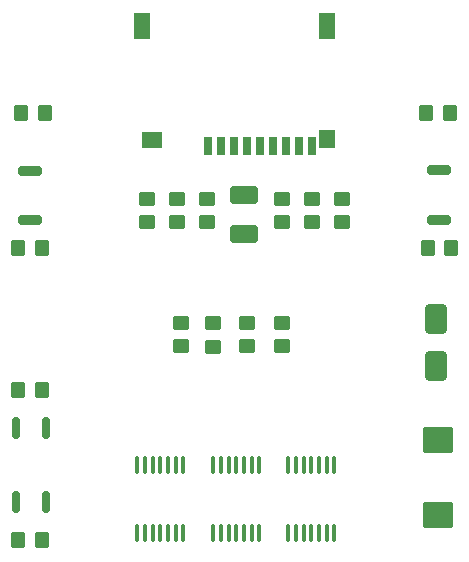
<source format=gbr>
%TF.GenerationSoftware,KiCad,Pcbnew,7.0.9*%
%TF.CreationDate,2024-01-05T00:29:13-06:00*%
%TF.ProjectId,FujiApple-DevKit-IDC-20,46756a69-4170-4706-9c65-2d4465764b69,1.0*%
%TF.SameCoordinates,Original*%
%TF.FileFunction,Paste,Top*%
%TF.FilePolarity,Positive*%
%FSLAX46Y46*%
G04 Gerber Fmt 4.6, Leading zero omitted, Abs format (unit mm)*
G04 Created by KiCad (PCBNEW 7.0.9) date 2024-01-05 00:29:13*
%MOMM*%
%LPD*%
G01*
G04 APERTURE LIST*
G04 Aperture macros list*
%AMRoundRect*
0 Rectangle with rounded corners*
0 $1 Rounding radius*
0 $2 $3 $4 $5 $6 $7 $8 $9 X,Y pos of 4 corners*
0 Add a 4 corners polygon primitive as box body*
4,1,4,$2,$3,$4,$5,$6,$7,$8,$9,$2,$3,0*
0 Add four circle primitives for the rounded corners*
1,1,$1+$1,$2,$3*
1,1,$1+$1,$4,$5*
1,1,$1+$1,$6,$7*
1,1,$1+$1,$8,$9*
0 Add four rect primitives between the rounded corners*
20,1,$1+$1,$2,$3,$4,$5,0*
20,1,$1+$1,$4,$5,$6,$7,0*
20,1,$1+$1,$6,$7,$8,$9,0*
20,1,$1+$1,$8,$9,$2,$3,0*%
G04 Aperture macros list end*
%ADD10RoundRect,0.250000X-0.350000X-0.450000X0.350000X-0.450000X0.350000X0.450000X-0.350000X0.450000X0*%
%ADD11RoundRect,0.250000X-0.650000X1.000000X-0.650000X-1.000000X0.650000X-1.000000X0.650000X1.000000X0*%
%ADD12RoundRect,0.250001X-0.924999X0.499999X-0.924999X-0.499999X0.924999X-0.499999X0.924999X0.499999X0*%
%ADD13RoundRect,0.250000X-0.450000X0.350000X-0.450000X-0.350000X0.450000X-0.350000X0.450000X0.350000X0*%
%ADD14RoundRect,0.250000X0.350000X0.450000X-0.350000X0.450000X-0.350000X-0.450000X0.350000X-0.450000X0*%
%ADD15RoundRect,0.100000X-0.100000X0.637500X-0.100000X-0.637500X0.100000X-0.637500X0.100000X0.637500X0*%
%ADD16RoundRect,0.250000X0.450000X-0.350000X0.450000X0.350000X-0.450000X0.350000X-0.450000X-0.350000X0*%
%ADD17RoundRect,0.250000X-1.025000X0.875000X-1.025000X-0.875000X1.025000X-0.875000X1.025000X0.875000X0*%
%ADD18RoundRect,0.200000X0.800000X-0.200000X0.800000X0.200000X-0.800000X0.200000X-0.800000X-0.200000X0*%
%ADD19RoundRect,0.150000X0.150000X-0.750000X0.150000X0.750000X-0.150000X0.750000X-0.150000X-0.750000X0*%
%ADD20R,0.700000X1.600000*%
%ADD21R,1.400000X1.600000*%
%ADD22R,1.400000X2.200000*%
%ADD23R,1.800000X1.400000*%
G04 APERTURE END LIST*
D10*
%TO.C,R12*%
X136430000Y-109220000D03*
X138430000Y-109220000D03*
%TD*%
D11*
%TO.C,D3*%
X171831000Y-103156000D03*
X171831000Y-107156000D03*
%TD*%
D12*
%TO.C,C1*%
X155575000Y-92710000D03*
X155575000Y-95960000D03*
%TD*%
D13*
%TO.C,R4*%
X152400000Y-92980000D03*
X152400000Y-94980000D03*
%TD*%
D14*
%TO.C,R2*%
X138652000Y-85725000D03*
X136652000Y-85725000D03*
%TD*%
D15*
%TO.C,U3*%
X150405001Y-115572501D03*
X149755001Y-115572501D03*
X149105001Y-115572501D03*
X148455001Y-115572501D03*
X147805001Y-115572501D03*
X147155001Y-115572501D03*
X146505001Y-115572501D03*
X146505001Y-121297501D03*
X147155001Y-121297501D03*
X147805001Y-121297501D03*
X148455001Y-121297501D03*
X149105001Y-121297501D03*
X149755001Y-121297501D03*
X150405001Y-121297501D03*
%TD*%
D14*
%TO.C,R11*%
X138430000Y-121920000D03*
X136430000Y-121920000D03*
%TD*%
D15*
%TO.C,U2*%
X156845001Y-115572501D03*
X156195001Y-115572501D03*
X155545001Y-115572501D03*
X154895001Y-115572501D03*
X154245001Y-115572501D03*
X153595001Y-115572501D03*
X152945001Y-115572501D03*
X152945001Y-121297501D03*
X153595001Y-121297501D03*
X154245001Y-121297501D03*
X154895001Y-121297501D03*
X155545001Y-121297501D03*
X156195001Y-121297501D03*
X156845001Y-121297501D03*
%TD*%
D13*
%TO.C,R7*%
X147320000Y-92980000D03*
X147320000Y-94980000D03*
%TD*%
D14*
%TO.C,R9*%
X173085000Y-97155000D03*
X171085000Y-97155000D03*
%TD*%
D13*
%TO.C,R5*%
X158750000Y-92980000D03*
X158750000Y-94980000D03*
%TD*%
D10*
%TO.C,R10*%
X136430000Y-97155000D03*
X138430000Y-97155000D03*
%TD*%
D16*
%TO.C,R15*%
X155800000Y-105505000D03*
X155800000Y-103505000D03*
%TD*%
D13*
%TO.C,R8*%
X149860000Y-92980000D03*
X149860000Y-94980000D03*
%TD*%
D15*
%TO.C,U1*%
X163195001Y-115572501D03*
X162545001Y-115572501D03*
X161895001Y-115572501D03*
X161245001Y-115572501D03*
X160595001Y-115572501D03*
X159945001Y-115572501D03*
X159295001Y-115572501D03*
X159295001Y-121297501D03*
X159945001Y-121297501D03*
X160595001Y-121297501D03*
X161245001Y-121297501D03*
X161895001Y-121297501D03*
X162545001Y-121297501D03*
X163195001Y-121297501D03*
%TD*%
D16*
%TO.C,R16*%
X158750000Y-105505000D03*
X158750000Y-103505000D03*
%TD*%
D17*
%TO.C,C2*%
X171958000Y-113386000D03*
X171958000Y-119786000D03*
%TD*%
D16*
%TO.C,R13*%
X152908000Y-105521000D03*
X152908000Y-103521000D03*
%TD*%
D18*
%TO.C,SW2*%
X137445400Y-94810000D03*
X137445400Y-90610000D03*
%TD*%
D13*
%TO.C,R6*%
X161290000Y-92980000D03*
X161290000Y-94980000D03*
%TD*%
D14*
%TO.C,R1*%
X172958000Y-85725000D03*
X170958000Y-85725000D03*
%TD*%
D13*
%TO.C,R3*%
X163830000Y-92980000D03*
X163830000Y-94980000D03*
%TD*%
D18*
%TO.C,SW1*%
X172085000Y-94790600D03*
X172085000Y-90590600D03*
%TD*%
D19*
%TO.C,U5*%
X136271000Y-118668000D03*
X138811000Y-118668000D03*
X138811000Y-112368000D03*
X136271000Y-112368000D03*
%TD*%
D20*
%TO.C,P1*%
X152486800Y-88500000D03*
X153586800Y-88500000D03*
X154686800Y-88500000D03*
X155786800Y-88500000D03*
X156886800Y-88500000D03*
X157986800Y-88500000D03*
X159086800Y-88500000D03*
X160186800Y-88500000D03*
X161286800Y-88500000D03*
D21*
X162586800Y-87900000D03*
D22*
X162586800Y-78400000D03*
X146886800Y-78400000D03*
D23*
X147786800Y-88000000D03*
%TD*%
D16*
%TO.C,R14*%
X150241000Y-105505000D03*
X150241000Y-103505000D03*
%TD*%
M02*

</source>
